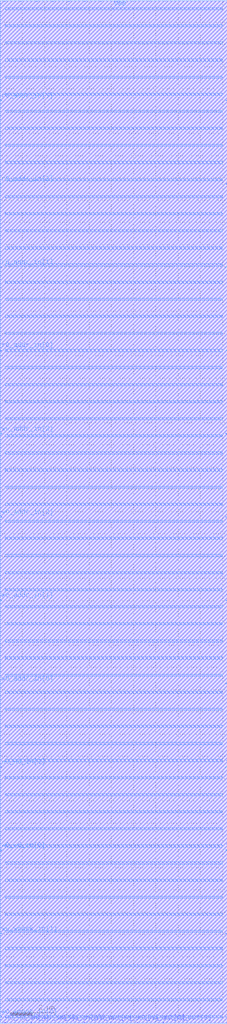
<source format=lef>
VERSION 5.7 ;
BUSBITCHARS "[]" ;
MACRO fakeram_7x256_1r1w
  FOREIGN fakeram_7x256_1r1w 0 0 ;
  SYMMETRY X Y R90 ;
  SIZE 10.203 BY 45.963 ;
  CLASS BLOCK ;
  PIN w0_wmask_in[0]
    DIRECTION INPUT ;
    USE SIGNAL ;
    SHAPE ABUTMENT ;
    PORT
      LAYER M4 ;
      RECT 0.000 0.276 0.072 0.300 ;
    END
  END w0_wmask_in[0]
  PIN w0_wmask_in[1]
    DIRECTION INPUT ;
    USE SIGNAL ;
    SHAPE ABUTMENT ;
    PORT
      LAYER M4 ;
      RECT 0.000 4.020 0.072 4.044 ;
    END
  END w0_wmask_in[1]
  PIN w0_wmask_in[2]
    DIRECTION INPUT ;
    USE SIGNAL ;
    SHAPE ABUTMENT ;
    PORT
      LAYER M4 ;
      RECT 10.131 0.276 10.203 0.300 ;
    END
  END w0_wmask_in[2]
  PIN w0_wmask_in[3]
    DIRECTION INPUT ;
    USE SIGNAL ;
    SHAPE ABUTMENT ;
    PORT
      LAYER M4 ;
      RECT 10.131 4.020 10.203 4.044 ;
    END
  END w0_wmask_in[3]
  PIN w0_wmask_in[4]
    DIRECTION INPUT ;
    USE SIGNAL ;
    SHAPE ABUTMENT ;
    PORT
      LAYER M3 ;
      RECT 0.207 45.909 0.225 45.963 ;
    END
  END w0_wmask_in[4]
  PIN w0_wmask_in[5]
    DIRECTION INPUT ;
    USE SIGNAL ;
    SHAPE ABUTMENT ;
    PORT
      LAYER M3 ;
      RECT 0.927 45.909 0.945 45.963 ;
    END
  END w0_wmask_in[5]
  PIN w0_wmask_in[6]
    DIRECTION INPUT ;
    USE SIGNAL ;
    SHAPE ABUTMENT ;
    PORT
      LAYER M3 ;
      RECT 1.647 45.909 1.665 45.963 ;
    END
  END w0_wmask_in[6]
  PIN w0_wd_in[0]
    DIRECTION INPUT ;
    USE SIGNAL ;
    SHAPE ABUTMENT ;
    PORT
      LAYER M4 ;
      RECT 0.000 7.764 0.072 7.788 ;
    END
  END w0_wd_in[0]
  PIN w0_wd_in[1]
    DIRECTION INPUT ;
    USE SIGNAL ;
    SHAPE ABUTMENT ;
    PORT
      LAYER M4 ;
      RECT 0.000 11.508 0.072 11.532 ;
    END
  END w0_wd_in[1]
  PIN w0_wd_in[2]
    DIRECTION INPUT ;
    USE SIGNAL ;
    SHAPE ABUTMENT ;
    PORT
      LAYER M4 ;
      RECT 10.131 7.764 10.203 7.788 ;
    END
  END w0_wd_in[2]
  PIN w0_wd_in[3]
    DIRECTION INPUT ;
    USE SIGNAL ;
    SHAPE ABUTMENT ;
    PORT
      LAYER M4 ;
      RECT 10.131 11.508 10.203 11.532 ;
    END
  END w0_wd_in[3]
  PIN w0_wd_in[4]
    DIRECTION OUTPUT ;
    USE SIGNAL ;
    SHAPE ABUTMENT ;
    PORT
      LAYER M3 ;
      RECT 0.207 0.000 0.225 0.054 ;
    END
  END w0_wd_in[4]
  PIN w0_wd_in[5]
    DIRECTION OUTPUT ;
    USE SIGNAL ;
    SHAPE ABUTMENT ;
    PORT
      LAYER M3 ;
      RECT 1.395 0.000 1.413 0.054 ;
    END
  END w0_wd_in[5]
  PIN w0_wd_in[6]
    DIRECTION OUTPUT ;
    USE SIGNAL ;
    SHAPE ABUTMENT ;
    PORT
      LAYER M3 ;
      RECT 2.583 0.000 2.601 0.054 ;
    END
  END w0_wd_in[6]
  PIN r0_rd_out[0]
    DIRECTION OUTPUT ;
    USE SIGNAL ;
    SHAPE ABUTMENT ;
    PORT
      LAYER M3 ;
      RECT 3.771 0.000 3.789 0.054 ;
    END
  END r0_rd_out[0]
  PIN r0_rd_out[1]
    DIRECTION OUTPUT ;
    USE SIGNAL ;
    SHAPE ABUTMENT ;
    PORT
      LAYER M3 ;
      RECT 4.959 0.000 4.977 0.054 ;
    END
  END r0_rd_out[1]
  PIN r0_rd_out[2]
    DIRECTION OUTPUT ;
    USE SIGNAL ;
    SHAPE ABUTMENT ;
    PORT
      LAYER M3 ;
      RECT 6.147 0.000 6.165 0.054 ;
    END
  END r0_rd_out[2]
  PIN r0_rd_out[3]
    DIRECTION OUTPUT ;
    USE SIGNAL ;
    SHAPE ABUTMENT ;
    PORT
      LAYER M3 ;
      RECT 7.335 0.000 7.353 0.054 ;
    END
  END r0_rd_out[3]
  PIN r0_rd_out[4]
    DIRECTION OUTPUT ;
    USE SIGNAL ;
    SHAPE ABUTMENT ;
    PORT
      LAYER M3 ;
      RECT 2.367 45.909 2.385 45.963 ;
    END
  END r0_rd_out[4]
  PIN r0_rd_out[5]
    DIRECTION OUTPUT ;
    USE SIGNAL ;
    SHAPE ABUTMENT ;
    PORT
      LAYER M3 ;
      RECT 3.087 45.909 3.105 45.963 ;
    END
  END r0_rd_out[5]
  PIN r0_rd_out[6]
    DIRECTION OUTPUT ;
    USE SIGNAL ;
    SHAPE ABUTMENT ;
    PORT
      LAYER M3 ;
      RECT 3.807 45.909 3.825 45.963 ;
    END
  END r0_rd_out[6]
  PIN w0_addr_in[0]
    DIRECTION INPUT ;
    USE SIGNAL ;
    SHAPE ABUTMENT ;
    PORT
      LAYER M4 ;
      RECT 0.000 15.252 0.072 15.276 ;
    END
  END w0_addr_in[0]
  PIN w0_addr_in[1]
    DIRECTION INPUT ;
    USE SIGNAL ;
    SHAPE ABUTMENT ;
    PORT
      LAYER M4 ;
      RECT 0.000 18.996 0.072 19.020 ;
    END
  END w0_addr_in[1]
  PIN w0_addr_in[2]
    DIRECTION INPUT ;
    USE SIGNAL ;
    SHAPE ABUTMENT ;
    PORT
      LAYER M4 ;
      RECT 0.000 22.740 0.072 22.764 ;
    END
  END w0_addr_in[2]
  PIN w0_addr_in[3]
    DIRECTION INPUT ;
    USE SIGNAL ;
    SHAPE ABUTMENT ;
    PORT
      LAYER M4 ;
      RECT 0.000 26.484 0.072 26.508 ;
    END
  END w0_addr_in[3]
  PIN w0_addr_in[4]
    DIRECTION INPUT ;
    USE SIGNAL ;
    SHAPE ABUTMENT ;
    PORT
      LAYER M4 ;
      RECT 10.131 15.252 10.203 15.276 ;
    END
  END w0_addr_in[4]
  PIN w0_addr_in[5]
    DIRECTION INPUT ;
    USE SIGNAL ;
    SHAPE ABUTMENT ;
    PORT
      LAYER M4 ;
      RECT 10.131 18.996 10.203 19.020 ;
    END
  END w0_addr_in[5]
  PIN w0_addr_in[6]
    DIRECTION INPUT ;
    USE SIGNAL ;
    SHAPE ABUTMENT ;
    PORT
      LAYER M4 ;
      RECT 10.131 22.740 10.203 22.764 ;
    END
  END w0_addr_in[6]
  PIN w0_addr_in[7]
    DIRECTION INPUT ;
    USE SIGNAL ;
    SHAPE ABUTMENT ;
    PORT
      LAYER M4 ;
      RECT 10.131 26.484 10.203 26.508 ;
    END
  END w0_addr_in[7]
  PIN r0_addr_in[0]
    DIRECTION INPUT ;
    USE SIGNAL ;
    SHAPE ABUTMENT ;
    PORT
      LAYER M4 ;
      RECT 0.000 30.228 0.072 30.252 ;
    END
  END r0_addr_in[0]
  PIN r0_addr_in[1]
    DIRECTION INPUT ;
    USE SIGNAL ;
    SHAPE ABUTMENT ;
    PORT
      LAYER M4 ;
      RECT 0.000 33.972 0.072 33.996 ;
    END
  END r0_addr_in[1]
  PIN r0_addr_in[2]
    DIRECTION INPUT ;
    USE SIGNAL ;
    SHAPE ABUTMENT ;
    PORT
      LAYER M4 ;
      RECT 0.000 37.716 0.072 37.740 ;
    END
  END r0_addr_in[2]
  PIN r0_addr_in[3]
    DIRECTION INPUT ;
    USE SIGNAL ;
    SHAPE ABUTMENT ;
    PORT
      LAYER M4 ;
      RECT 0.000 41.460 0.072 41.484 ;
    END
  END r0_addr_in[3]
  PIN r0_addr_in[4]
    DIRECTION INPUT ;
    USE SIGNAL ;
    SHAPE ABUTMENT ;
    PORT
      LAYER M4 ;
      RECT 10.131 30.228 10.203 30.252 ;
    END
  END r0_addr_in[4]
  PIN r0_addr_in[5]
    DIRECTION INPUT ;
    USE SIGNAL ;
    SHAPE ABUTMENT ;
    PORT
      LAYER M4 ;
      RECT 10.131 33.972 10.203 33.996 ;
    END
  END r0_addr_in[5]
  PIN r0_addr_in[6]
    DIRECTION INPUT ;
    USE SIGNAL ;
    SHAPE ABUTMENT ;
    PORT
      LAYER M4 ;
      RECT 10.131 37.716 10.203 37.740 ;
    END
  END r0_addr_in[6]
  PIN r0_addr_in[7]
    DIRECTION INPUT ;
    USE SIGNAL ;
    SHAPE ABUTMENT ;
    PORT
      LAYER M4 ;
      RECT 10.131 41.460 10.203 41.484 ;
    END
  END r0_addr_in[7]
  PIN w0_we_in
    DIRECTION INPUT ;
    USE SIGNAL ;
    SHAPE ABUTMENT ;
    PORT
      LAYER M3 ;
      RECT 4.527 45.909 4.545 45.963 ;
    END
  END w0_we_in
  PIN w0_ce_in
    DIRECTION INPUT ;
    USE SIGNAL ;
    SHAPE ABUTMENT ;
    PORT
      LAYER M3 ;
      RECT 5.247 45.909 5.265 45.963 ;
    END
  END w0_ce_in
  PIN w0_clk
    DIRECTION INPUT ;
    USE SIGNAL ;
    SHAPE ABUTMENT ;
    PORT
      LAYER M3 ;
      RECT 5.967 45.909 5.985 45.963 ;
    END
  END w0_clk
  PIN r0_ce_in
    DIRECTION INPUT ;
    USE SIGNAL ;
    SHAPE ABUTMENT ;
    PORT
      LAYER M3 ;
      RECT 6.687 45.909 6.705 45.963 ;
    END
  END r0_ce_in
  PIN r0_clk
    DIRECTION INPUT ;
    USE SIGNAL ;
    SHAPE ABUTMENT ;
    PORT
      LAYER M3 ;
      RECT 7.407 45.909 7.425 45.963 ;
    END
  END r0_clk
  PIN VSS
    DIRECTION INOUT ;
    USE GROUND ;
    PORT
      LAYER M4 ;
      RECT 0.216 0.240 9.987 0.336 ;
      RECT 0.216 1.008 9.987 1.104 ;
      RECT 0.216 1.776 9.987 1.872 ;
      RECT 0.216 2.544 9.987 2.640 ;
      RECT 0.216 3.312 9.987 3.408 ;
      RECT 0.216 4.080 9.987 4.176 ;
      RECT 0.216 4.848 9.987 4.944 ;
      RECT 0.216 5.616 9.987 5.712 ;
      RECT 0.216 6.384 9.987 6.480 ;
      RECT 0.216 7.152 9.987 7.248 ;
      RECT 0.216 7.920 9.987 8.016 ;
      RECT 0.216 8.688 9.987 8.784 ;
      RECT 0.216 9.456 9.987 9.552 ;
      RECT 0.216 10.224 9.987 10.320 ;
      RECT 0.216 10.992 9.987 11.088 ;
      RECT 0.216 11.760 9.987 11.856 ;
      RECT 0.216 12.528 9.987 12.624 ;
      RECT 0.216 13.296 9.987 13.392 ;
      RECT 0.216 14.064 9.987 14.160 ;
      RECT 0.216 14.832 9.987 14.928 ;
      RECT 0.216 15.600 9.987 15.696 ;
      RECT 0.216 16.368 9.987 16.464 ;
      RECT 0.216 17.136 9.987 17.232 ;
      RECT 0.216 17.904 9.987 18.000 ;
      RECT 0.216 18.672 9.987 18.768 ;
      RECT 0.216 19.440 9.987 19.536 ;
      RECT 0.216 20.208 9.987 20.304 ;
      RECT 0.216 20.976 9.987 21.072 ;
      RECT 0.216 21.744 9.987 21.840 ;
      RECT 0.216 22.512 9.987 22.608 ;
      RECT 0.216 23.280 9.987 23.376 ;
      RECT 0.216 24.048 9.987 24.144 ;
      RECT 0.216 24.816 9.987 24.912 ;
      RECT 0.216 25.584 9.987 25.680 ;
      RECT 0.216 26.352 9.987 26.448 ;
      RECT 0.216 27.120 9.987 27.216 ;
      RECT 0.216 27.888 9.987 27.984 ;
      RECT 0.216 28.656 9.987 28.752 ;
      RECT 0.216 29.424 9.987 29.520 ;
      RECT 0.216 30.192 9.987 30.288 ;
      RECT 0.216 30.960 9.987 31.056 ;
      RECT 0.216 31.728 9.987 31.824 ;
      RECT 0.216 32.496 9.987 32.592 ;
      RECT 0.216 33.264 9.987 33.360 ;
      RECT 0.216 34.032 9.987 34.128 ;
      RECT 0.216 34.800 9.987 34.896 ;
      RECT 0.216 35.568 9.987 35.664 ;
      RECT 0.216 36.336 9.987 36.432 ;
      RECT 0.216 37.104 9.987 37.200 ;
      RECT 0.216 37.872 9.987 37.968 ;
      RECT 0.216 38.640 9.987 38.736 ;
      RECT 0.216 39.408 9.987 39.504 ;
      RECT 0.216 40.176 9.987 40.272 ;
      RECT 0.216 40.944 9.987 41.040 ;
      RECT 0.216 41.712 9.987 41.808 ;
      RECT 0.216 42.480 9.987 42.576 ;
      RECT 0.216 43.248 9.987 43.344 ;
      RECT 0.216 44.016 9.987 44.112 ;
      RECT 0.216 44.784 9.987 44.880 ;
      RECT 0.216 45.552 9.987 45.648 ;
    END
  END VSS
  PIN VDD
    DIRECTION INOUT ;
    USE POWER ;
    PORT
      LAYER M4 ;
      RECT 0.216 0.240 9.987 0.336 ;
      RECT 0.216 1.008 9.987 1.104 ;
      RECT 0.216 1.776 9.987 1.872 ;
      RECT 0.216 2.544 9.987 2.640 ;
      RECT 0.216 3.312 9.987 3.408 ;
      RECT 0.216 4.080 9.987 4.176 ;
      RECT 0.216 4.848 9.987 4.944 ;
      RECT 0.216 5.616 9.987 5.712 ;
      RECT 0.216 6.384 9.987 6.480 ;
      RECT 0.216 7.152 9.987 7.248 ;
      RECT 0.216 7.920 9.987 8.016 ;
      RECT 0.216 8.688 9.987 8.784 ;
      RECT 0.216 9.456 9.987 9.552 ;
      RECT 0.216 10.224 9.987 10.320 ;
      RECT 0.216 10.992 9.987 11.088 ;
      RECT 0.216 11.760 9.987 11.856 ;
      RECT 0.216 12.528 9.987 12.624 ;
      RECT 0.216 13.296 9.987 13.392 ;
      RECT 0.216 14.064 9.987 14.160 ;
      RECT 0.216 14.832 9.987 14.928 ;
      RECT 0.216 15.600 9.987 15.696 ;
      RECT 0.216 16.368 9.987 16.464 ;
      RECT 0.216 17.136 9.987 17.232 ;
      RECT 0.216 17.904 9.987 18.000 ;
      RECT 0.216 18.672 9.987 18.768 ;
      RECT 0.216 19.440 9.987 19.536 ;
      RECT 0.216 20.208 9.987 20.304 ;
      RECT 0.216 20.976 9.987 21.072 ;
      RECT 0.216 21.744 9.987 21.840 ;
      RECT 0.216 22.512 9.987 22.608 ;
      RECT 0.216 23.280 9.987 23.376 ;
      RECT 0.216 24.048 9.987 24.144 ;
      RECT 0.216 24.816 9.987 24.912 ;
      RECT 0.216 25.584 9.987 25.680 ;
      RECT 0.216 26.352 9.987 26.448 ;
      RECT 0.216 27.120 9.987 27.216 ;
      RECT 0.216 27.888 9.987 27.984 ;
      RECT 0.216 28.656 9.987 28.752 ;
      RECT 0.216 29.424 9.987 29.520 ;
      RECT 0.216 30.192 9.987 30.288 ;
      RECT 0.216 30.960 9.987 31.056 ;
      RECT 0.216 31.728 9.987 31.824 ;
      RECT 0.216 32.496 9.987 32.592 ;
      RECT 0.216 33.264 9.987 33.360 ;
      RECT 0.216 34.032 9.987 34.128 ;
      RECT 0.216 34.800 9.987 34.896 ;
      RECT 0.216 35.568 9.987 35.664 ;
      RECT 0.216 36.336 9.987 36.432 ;
      RECT 0.216 37.104 9.987 37.200 ;
      RECT 0.216 37.872 9.987 37.968 ;
      RECT 0.216 38.640 9.987 38.736 ;
      RECT 0.216 39.408 9.987 39.504 ;
      RECT 0.216 40.176 9.987 40.272 ;
      RECT 0.216 40.944 9.987 41.040 ;
      RECT 0.216 41.712 9.987 41.808 ;
      RECT 0.216 42.480 9.987 42.576 ;
      RECT 0.216 43.248 9.987 43.344 ;
      RECT 0.216 44.016 9.987 44.112 ;
      RECT 0.216 44.784 9.987 44.880 ;
      RECT 0.216 45.552 9.987 45.648 ;
    END
  END VDD
  OBS
    LAYER M1 ;
    RECT 0 0 10.203 45.963 ;
    LAYER M2 ;
    RECT 0 0 10.203 45.963 ;
    LAYER M3 ;
    RECT 0 0 10.203 45.963 ;
    LAYER M4 ;
    RECT 0 0 10.203 45.963 ;
  END
END fakeram_7x256_1r1w

END LIBRARY

</source>
